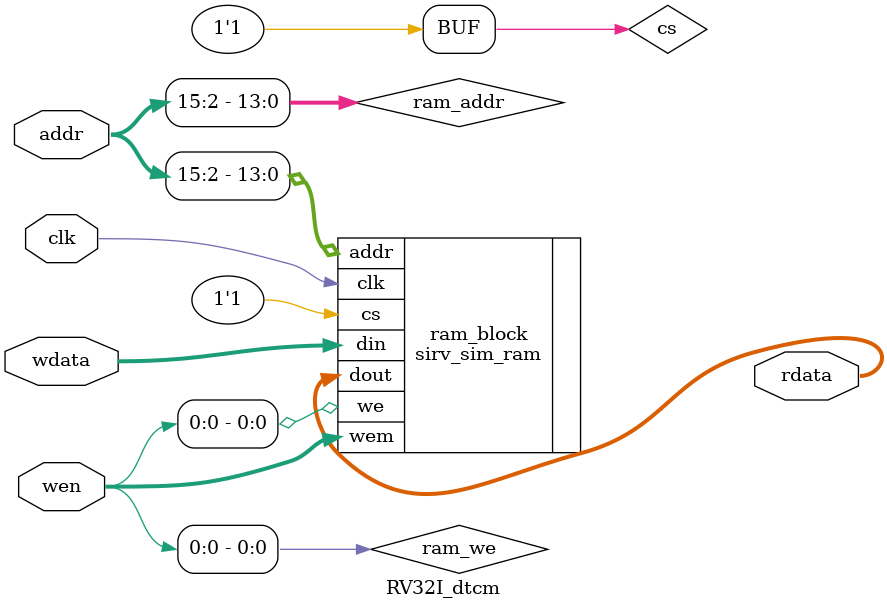
<source format=v>

module RV32I_dtcm #(
    parameter WORD_WIDTH = 32,
	parameter ADDR_WIDTH = 16,
	parameter DATA_WIDTH = 8,
	parameter MASK_WIDTH = 4,
	parameter RAM_SIZE   = 1024*64 // 64KB
)(
	input clk,
	input  [MASK_WIDTH-1 :0] wen,
	input  [ADDR_WIDTH-1 :0] addr,
	input  [WORD_WIDTH-1 :0] wdata,
	output [WORD_WIDTH-1 :0] rdata
);
    //wire [WORD_WIDTH-1 :0]  ram_din;
    wire [ADDR_WIDTH-3 :0]  ram_addr;
    //wire [WORD_WIDTH-1 :0]  ram_dout;
    wire                    ram_we;
    //wire [MASK_WIDTH-1 :0]  ram_wem;
    wire                    cs;

    assign ram_addr = addr[ADDR_WIDTH-1 :2];
    assign ram_we = wen[0];
    assign cs = 1'b1;
    
    sirv_sim_ram #(
        .DP(RAM_SIZE/4), // this is word size
        .FORCE_X2ZERO(0),
        .DW(WORD_WIDTH), // r/w data by word
        .MW(MASK_WIDTH),
        .AW(ADDR_WIDTH-2)
    ) ram_block(
        .clk(clk),
        .din(wdata),
        .addr(ram_addr),
        .cs(cs),
        .we(ram_we),
        .wem(wen),
        .dout(rdata)
    );
endmodule //RV32I_dtcm
</source>
